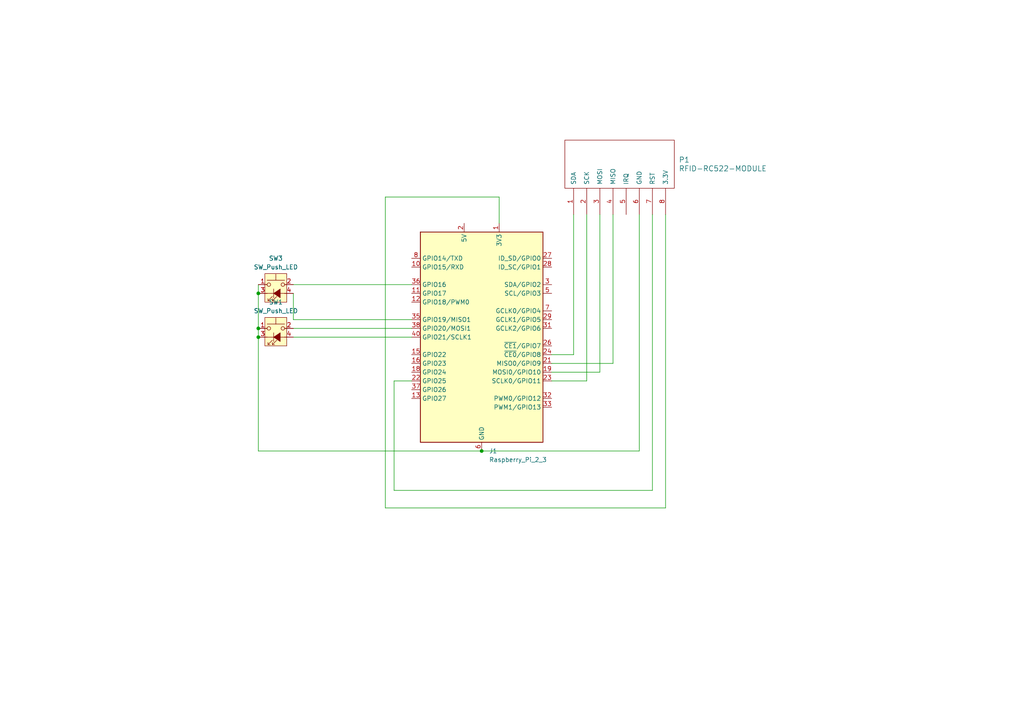
<source format=kicad_sch>
(kicad_sch (version 20250114) (generator "eeschema") (generator_version "9.0")
  (paper "A4")
  (lib_symbols
    (symbol "Connector:Raspberry_Pi_2_3"
      (property "Reference" "J" (at -17.78 31.75 0))
      (property "Value" "Raspberry_Pi_2_3" (at 10.16 -31.75 0))
      (symbol "Raspberry_Pi_2_3_0_1"
        (rectangle (start -17.78 30.48) (end 17.78 -30.48) (stroke (width 0.254)) (fill (type background)))
      )
      (symbol "Raspberry_Pi_2_3_1_1"
        (pin bidirectional line (at -20.32 22.86 0) (length 2.54) (name "GPIO14/TXD") (number "8"))
        (pin bidirectional line (at -20.32 20.32 0) (length 2.54) (name "GPIO15/RXD") (number "10"))
        (pin bidirectional line (at -20.32 15.24 0) (length 2.54) (name "GPIO16") (number "36"))
        (pin bidirectional line (at -20.32 12.7 0) (length 2.54) (name "GPIO17") (number "11"))
        (pin bidirectional line (at -20.32 10.16 0) (length 2.54) (name "GPIO18/PWM0") (number "12"))
        (pin bidirectional line (at -20.32 5.08 0) (length 2.54) (name "GPIO19/MISO1") (number "35"))
        (pin bidirectional line (at -20.32 2.54 0) (length 2.54) (name "GPIO20/MOSI1") (number "38"))
        (pin bidirectional line (at -20.32 0 0) (length 2.54) (name "GPIO21/SCLK1") (number "40"))
        (pin bidirectional line (at -20.32 -5.08 0) (length 2.54) (name "GPIO22") (number "15"))
        (pin bidirectional line (at -20.32 -7.62 0) (length 2.54) (name "GPIO23") (number "16"))
        (pin bidirectional line (at -20.32 -10.16 0) (length 2.54) (name "GPIO24") (number "18"))
        (pin bidirectional line (at -20.32 -12.7 0) (length 2.54) (name "GPIO25") (number "22"))
        (pin bidirectional line (at -20.32 -15.24 0) (length 2.54) (name "GPIO26") (number "37"))
        (pin bidirectional line (at -20.32 -17.78 0) (length 2.54) (name "GPIO27") (number "13"))
        (pin power_in line (at -5.08 33.02 270) (length 2.54) (name "5V") (number "2"))
        (pin passive line (at -5.08 33.02 270) (length 2.54) (hide yes) (name "5V") (number "4"))
        (pin passive line (at 0 -33.02 90) (length 2.54) (hide yes) (name "GND") (number "14"))
        (pin passive line (at 0 -33.02 90) (length 2.54) (hide yes) (name "GND") (number "20"))
        (pin passive line (at 0 -33.02 90) (length 2.54) (hide yes) (name "GND") (number "25"))
        (pin passive line (at 0 -33.02 90) (length 2.54) (hide yes) (name "GND") (number "30"))
        (pin passive line (at 0 -33.02 90) (length 2.54) (hide yes) (name "GND") (number "34"))
        (pin passive line (at 0 -33.02 90) (length 2.54) (hide yes) (name "GND") (number "39"))
        (pin power_in line (at 0 -33.02 90) (length 2.54) (name "GND") (number "6"))
        (pin passive line (at 0 -33.02 90) (length 2.54) (hide yes) (name "GND") (number "9"))
        (pin power_in line (at 5.08 33.02 270) (length 2.54) (name "3V3") (number "1"))
        (pin passive line (at 5.08 33.02 270) (length 2.54) (hide yes) (name "3V3") (number "17"))
        (pin bidirectional line (at 20.32 22.86 180) (length 2.54) (name "ID_SD/GPIO0") (number "27"))
        (pin bidirectional line (at 20.32 20.32 180) (length 2.54) (name "ID_SC/GPIO1") (number "28"))
        (pin bidirectional line (at 20.32 15.24 180) (length 2.54) (name "SDA/GPIO2") (number "3"))
        (pin bidirectional line (at 20.32 12.7 180) (length 2.54) (name "SCL/GPIO3") (number "5"))
        (pin bidirectional line (at 20.32 7.62 180) (length 2.54) (name "GCLK0/GPIO4") (number "7"))
        (pin bidirectional line (at 20.32 5.08 180) (length 2.54) (name "GCLK1/GPIO5") (number "29"))
        (pin bidirectional line (at 20.32 2.54 180) (length 2.54) (name "GCLK2/GPIO6") (number "31"))
        (pin bidirectional line (at 20.32 -2.54 180) (length 2.54) (name "~{CE1}/GPIO7") (number "26"))
        (pin bidirectional line (at 20.32 -5.08 180) (length 2.54) (name "~{CE0}/GPIO8") (number "24"))
        (pin bidirectional line (at 20.32 -7.62 180) (length 2.54) (name "MISO0/GPIO9") (number "21"))
        (pin bidirectional line (at 20.32 -10.16 180) (length 2.54) (name "MOSI0/GPIO10") (number "19"))
        (pin bidirectional line (at 20.32 -12.7 180) (length 2.54) (name "SCLK0/GPIO11") (number "23"))
        (pin bidirectional line (at 20.32 -17.78 180) (length 2.54) (name "PWM0/GPIO12") (number "32"))
        (pin bidirectional line (at 20.32 -20.32 180) (length 2.54) (name "PWM1/GPIO13") (number "33"))
      )
    )
    (symbol "Switch:SW_Push_LED" (pin_names (offset 1.016) (hide yes))
      (property "Reference" "SW" (at 0 7.62 0))
      (property "Value" "SW_Push_LED" (at 0 -3.81 0))
      (symbol "SW_Push_LED_0_0"
        (polyline (pts (xy -2.54 0) (xy 2.54 0)))
        (polyline (pts (xy -2.286 -1.524) (xy -2.286 -2.159) (xy -1.651 -2.159)))
        (polyline (pts (xy -2.286 -2.159) (xy -1.016 -0.889)))
        (polyline (pts (xy -1.016 -1.524) (xy -1.016 -2.159) (xy -0.381 -2.159)))
        (polyline (pts (xy -1.016 -2.159) (xy 0.254 -0.889)))
        (polyline (pts (xy -0.635 1.27) (xy -0.635 -1.27)))
        (polyline (pts (xy -0.635 0) (xy 1.27 1.27) (xy 1.27 -1.27) (xy -0.635 0)) (fill (type outline)))
      )
      (symbol "SW_Push_LED_0_1"
        (circle (center -2.032 2.54) (radius 0.508))
        (polyline (pts (xy 0 3.81) (xy 0 5.588)))
        (circle (center 2.032 2.54) (radius 0.508))
        (polyline (pts (xy 2.54 3.81) (xy -2.54 3.81)))
        (pin passive line (at -5.08 2.54 0) (length 2.54) (name "1") (number "1"))
        (pin passive line (at -5.08 0 0) (length 2.54) (name "K") (number "3"))
        (pin passive line (at 5.08 2.54 180) (length 2.54) (name "2") (number "2"))
        (pin passive line (at 5.08 0 180) (length 2.54) (name "A") (number "4"))
      )
      (symbol "SW_Push_LED_1_1"
        (rectangle (start -3.175 5.715) (end 3.175 -2.54) (fill (type background)))
      )
    )
    (symbol "ToddlerTransducer:RFID-RC522-MODULE" (pin_names (offset 1.016))
      (property "Reference" "P" (at 0 1.27 0))
      (property "Value" "RFID-RC522-MODULE" (at -1.27 3.81 0))
      (symbol "RFID-RC522-MODULE_0_1"
        (rectangle (start -16.51 7.62) (end 15.24 -6.35))
      )
      (symbol "RFID-RC522-MODULE_1_1"
        (pin input line (at -13.97 -13.97 90) (length 7.62) (name "SDA") (number "1"))
        (pin input line (at -10.16 -13.97 90) (length 7.62) (name "SCK") (number "2"))
        (pin input line (at -6.35 -13.97 90) (length 7.62) (name "MOSI") (number "3"))
        (pin input line (at -2.54 -13.97 90) (length 7.62) (name "MISO") (number "4"))
        (pin input line (at 1.27 -13.97 90) (length 7.62) (name "IRQ") (number "5"))
        (pin input line (at 5.08 -13.97 90) (length 7.62) (name "GND") (number "6"))
        (pin input line (at 8.89 -13.97 90) (length 7.62) (name "RST") (number "7"))
        (pin input line (at 12.7 -13.97 90) (length 7.62) (name "3.3V") (number "8"))
      )
    )
  )
  (junction (at 139.7 130.81))
  (junction (at 74.93 85.09))
  (junction (at 74.93 97.79))
  (junction (at 74.93 95.25))
  (wire (pts (xy 160.02 105.41) (xy 177.8 105.41)))
  (wire (pts (xy 189.23 142.24) (xy 189.23 62.23)))
  (wire (pts (xy 85.09 95.25) (xy 119.38 95.25)))
  (wire (pts (xy 193.04 62.23) (xy 193.04 147.32)))
  (wire (pts (xy 173.99 107.95) (xy 173.99 62.23)))
  (wire (pts (xy 111.76 57.15) (xy 144.78 57.15)))
  (wire (pts (xy 160.02 102.87) (xy 166.37 102.87)))
  (wire (pts (xy 85.09 92.71) (xy 85.09 85.09)))
  (wire (pts (xy 160.02 107.95) (xy 173.99 107.95)))
  (wire (pts (xy 119.38 92.71) (xy 85.09 92.71)))
  (wire (pts (xy 170.18 110.49) (xy 170.18 62.23)))
  (wire (pts (xy 74.93 95.25) (xy 74.93 97.79)))
  (wire (pts (xy 160.02 110.49) (xy 170.18 110.49)))
  (wire (pts (xy 85.09 82.55) (xy 119.38 82.55)))
  (wire (pts (xy 144.78 57.15) (xy 144.78 64.77)))
  (wire (pts (xy 185.42 130.81) (xy 139.7 130.81)))
  (wire (pts (xy 74.93 130.81) (xy 139.7 130.81)))
  (wire (pts (xy 74.93 97.79) (xy 74.93 130.81)))
  (wire (pts (xy 119.38 110.49) (xy 114.3 110.49)))
  (wire (pts (xy 74.93 85.09) (xy 74.93 82.55)))
  (wire (pts (xy 114.3 142.24) (xy 189.23 142.24)))
  (wire (pts (xy 114.3 110.49) (xy 114.3 142.24)))
  (wire (pts (xy 111.76 147.32) (xy 111.76 57.15)))
  (wire (pts (xy 185.42 62.23) (xy 185.42 130.81)))
  (wire (pts (xy 85.09 97.79) (xy 119.38 97.79)))
  (wire (pts (xy 166.37 62.23) (xy 166.37 102.87)))
  (wire (pts (xy 193.04 147.32) (xy 111.76 147.32)))
  (wire (pts (xy 177.8 105.41) (xy 177.8 62.23)))
  (wire (pts (xy 74.93 85.09) (xy 74.93 95.25)))
  (symbol (lib_id "ToddlerTransducer:RFID-RC522-MODULE") (at 180.34 48.26 0) (unit 1)
    (property "Reference" "P1" (at 196.85 46.3549 0) (effects (font (size 1.524 1.524)) (justify left)))
    (property "Value" "RFID-RC522-MODULE" (at 196.85 48.8949 0) (effects (font (size 1.524 1.524)) (justify left)))
  )
  (symbol (lib_id "Switch:SW_Push_LED") (at 80.01 85.09 0) (unit 1)
    (property "Reference" "SW3" (at 80.01 74.93 0))
    (property "Value" "SW_Push_LED" (at 80.01 77.47 0))
    (property "Description" "Push button switch with LED, generic" (effects (hide yes)))
  )
  (symbol (lib_id "Switch:SW_Push_LED") (at 80.01 97.79 0) (unit 1)
    (property "Reference" "SW1" (at 80.01 87.63 0))
    (property "Value" "SW_Push_LED" (at 80.01 90.17 0))
    (property "Description" "Push button switch with LED, generic" (effects (hide yes)))
  )
  (symbol (lib_id "Connector:Raspberry_Pi_2_3") (at 139.7 97.79 0) (unit 1)
    (property "Reference" "J1" (at 141.8433 130.81 0) (effects (justify left)))
    (property "Value" "Raspberry_Pi_2_3" (at 141.8433 133.35 0) (effects (justify left)))
    (property "Datasheet" "https://www.raspberrypi.org/documentation/hardware/raspberrypi/schematics/rpi_SCH_3bplus_1p0_reduced.pdf" (effects (hide yes)))
    (property "Description" "expansion header for Raspberry Pi 2 & 3" (effects (hide yes)))
  )
)
</source>
